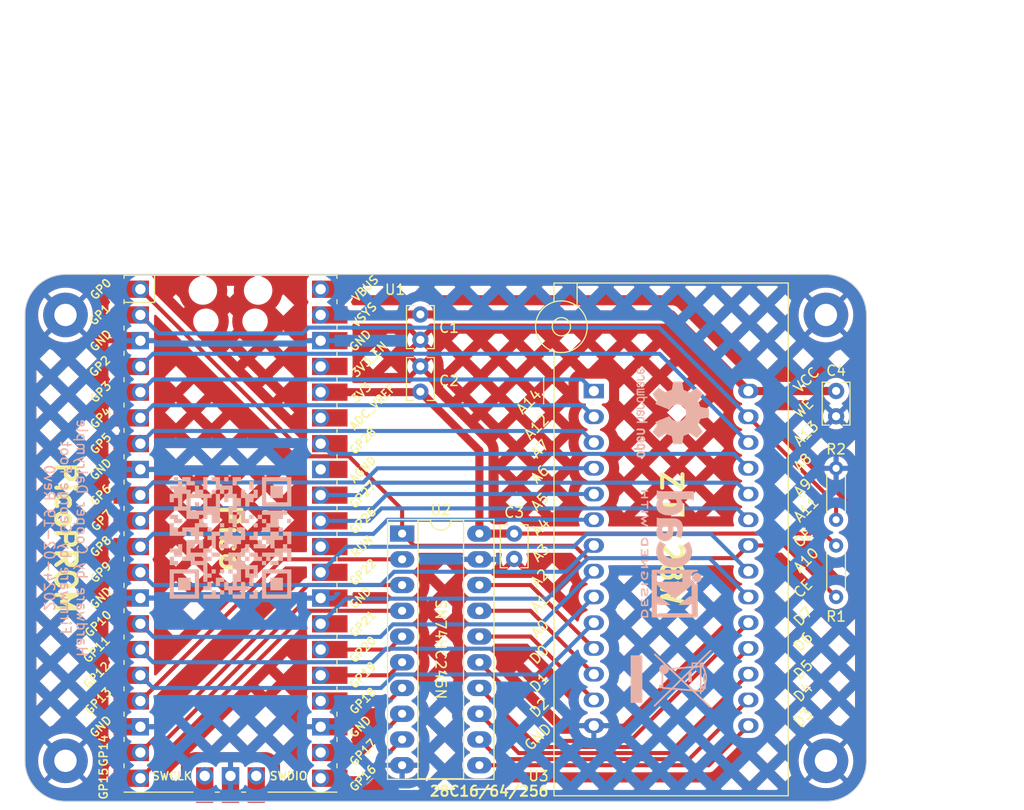
<source format=kicad_pcb>
(kicad_pcb (version 20221018) (generator pcbnew)
  (title_block (title "PicoPROM") (date "2024-02-19") (rev "Rev0"))
  (layers (0 "F.Cu" signal) (31 "B.Cu" signal) (34 "B.Paste" user) (35 "F.Paste" user) (36 "B.SilkS" user "B.Silkscreen") (37 "F.SilkS" user "F.Silkscreen") (38 "B.Mask" user) (39 "F.Mask" user) (44 "Edge.Cuts" user))
  (net 0 "")
  (net 1 "+3V3")
  (net 2 "GND")
  (net 3 "+5V")
  (net 4 "WE")
  (net 5 "A14")
  (net 6 "D0_3v3")
  (net 7 "D1_3v3")
  (net 8 "D2_3v3")
  (net 9 "D3_3v3")
  (net 10 "D4_3v3")
  (net 11 "D5_3v3")
  (net 12 "D6_3v3")
  (net 13 "D7_3v3")
  (net 14 "D0_5v")
  (net 15 "D1_5v")
  (net 16 "D2_5v")
  (net 17 "D3_5v")
  (net 18 "D4_5v")
  (net 19 "D5_5v")
  (net 20 "D6_5v")
  (net 21 "D7_5v")
  (net 29 "OE")
  (net 30 "A13")
  (net 31 "A12")
  (net 32 "A7")
  (net 33 "A6")
  (net 34 "A5")
  (net 35 "A4")
  (net 36 "A3")
  (net 37 "A2")
  (net 38 "A1")
  (net 39 "A0")
  (net 40 "CE")
  (net 41 "A10")
  (net 42 "A11")
  (net 43 "A9")
  (net 44 "A8")
  (footprint "MountingHole:MountingHole_2.2mm_M2_Pad" (layer "F.Cu") (at 179 64)
    (fp_text reference "H4" hide)
    (fp_text value "M2" hide)
    (pad "1" thru_hole circle (at 0 0) (size 4.4 4.4) (drill 2.2) (layers "*.Cu" "*.Mask") (net 2 "GND"))
  )
  (footprint "Resistor_THT:R_Axial_DIN0204_L3.6mm_D1.6mm_P5.08mm_Horizontal" (layer "F.Cu") (at 180 84.21 90)
    (fp_text reference "R2" (at 6.96 0 180) (layer "F.SilkS"))
    (fp_text value "47k" hide)
    (pad "1" thru_hole circle (at 0 0 90) (size 1.4 1.4) (drill 0.7) (layers "*.Cu" "*.Mask") (net 4 "WE"))
    (pad "2" thru_hole oval (at 5.08 0 90) (size 1.4 1.4) (drill 0.7) (layers "*.Cu" "*.Mask") (net 2 "GND"))
  )
  (footprint "Capacitor_THT:C_Rect_L4.0mm_W2.5mm_P2.50mm" (layer "F.Cu") (at 180 71.5 -90)
    (fp_text reference "C4" (at -2 0 -180) (layer "F.SilkS"))
    (fp_text value "0.1uF" hide)
    (pad "1" thru_hole circle (at 0 0 270) (size 1.6 1.6) (drill 0.8) (layers "*.Cu" "*.Mask") (net 3 "+5V"))
    (pad "2" thru_hole circle (at 2.5 0 270) (size 1.6 1.6) (drill 0.8) (layers "*.Cu" "*.Mask") (net 2 "GND"))
  )
  (footprint "Capacitor_THT:C_Rect_L4.0mm_W2.5mm_P2.50mm" (layer "F.Cu") (at 139 71.57 90)
    (fp_text reference "C2" (at 1.07 1.75 180) (layer "F.SilkS") (effects (justify left)))
    (fp_text value "0.1uF" hide)
    (pad "1" thru_hole circle (at 0 0 90) (size 1.6 1.6) (drill 0.8) (layers "*.Cu" "*.Mask") (net 1 "+3V3"))
    (pad "2" thru_hole circle (at 2.5 0 90) (size 1.6 1.6) (drill 0.8) (layers "*.Cu" "*.Mask") (net 2 "GND"))
  )
  (footprint "MountingHole:MountingHole_2.2mm_M2_Pad" (layer "F.Cu") (at 179 108)
    (fp_text reference "H3" hide)
    (fp_text value "M2" hide)
    (pad "1" thru_hole circle (at 0 0) (size 4.4 4.4) (drill 2.2) (layers "*.Cu" "*.Mask") (net 2 "GND"))
  )
  (footprint "Socket:DIP_Socket-28_W11.9_W12.7_W15.24_W17.78_W18.5_3M_228-1277-00-0602J" (layer "F.Cu") (at 156.1075 71.51)
    (fp_text reference "U3" (at -4.3575 37.99) (layer "F.SilkS") (effects (justify right)))
    (fp_text value "28C256")
    (pad "1" thru_hole rect (at 0 0) (size 2 1.44) (drill 1) (layers "*.Cu" "*.Mask") (net 5 "A14"))
    (pad "2" thru_hole oval (at 0 2.54) (size 2 1.44) (drill 1) (layers "*.Cu" "*.Mask") (net 31 "A12"))
    (pad "3" thru_hole oval (at 0 5.08) (size 2 1.44) (drill 1) (layers "*.Cu" "*.Mask") (net 32 "A7"))
    (pad "4" thru_hole oval (at 0 7.62) (size 2 1.44) (drill 1) (layers "*.Cu" "*.Mask") (net 33 "A6"))
    (pad "5" thru_hole oval (at 0 10.16) (size 2 1.44) (drill 1) (layers "*.Cu" "*.Mask") (net 34 "A5"))
    (pad "6" thru_hole oval (at 0 12.7) (size 2 1.44) (drill 1) (layers "*.Cu" "*.Mask") (net 35 "A4"))
    (pad "7" thru_hole oval (at 0 15.24) (size 2 1.44) (drill 1) (layers "*.Cu" "*.Mask") (net 36 "A3"))
    (pad "8" thru_hole oval (at 0 17.78) (size 2 1.44) (drill 1) (layers "*.Cu" "*.Mask") (net 37 "A2"))
    (pad "9" thru_hole oval (at 0 20.32) (size 2 1.44) (drill 1) (layers "*.Cu" "*.Mask") (net 38 "A1"))
    (pad "10" thru_hole oval (at 0 22.86) (size 2 1.44) (drill 1) (layers "*.Cu" "*.Mask") (net 39 "A0"))
    (pad "11" thru_hole oval (at 0 25.4) (size 2 1.44) (drill 1) (layers "*.Cu" "*.Mask") (net 14 "D0_5v"))
    (pad "12" thru_hole oval (at 0 27.94) (size 2 1.44) (drill 1) (layers "*.Cu" "*.Mask") (net 15 "D1_5v"))
    (pad "13" thru_hole oval (at 0 30.48) (size 2 1.44) (drill 1) (layers "*.Cu" "*.Mask") (net 16 "D2_5v"))
    (pad "14" thru_hole oval (at 0 33.02) (size 2 1.44) (drill 1) (layers "*.Cu" "*.Mask") (net 2 "GND"))
    (pad "15" thru_hole oval (at 15.24 33.02) (size 2 1.44) (drill 1) (layers "*.Cu" "*.Mask") (net 17 "D3_5v"))
    (pad "16" thru_hole oval (at 15.24 30.48) (size 2 1.44) (drill 1) (layers "*.Cu" "*.Mask") (net 18 "D4_5v"))
    (pad "17" thru_hole oval (at 15.24 27.94) (size 2 1.44) (drill 1) (layers "*.Cu" "*.Mask") (net 19 "D5_5v"))
    (pad "18" thru_hole oval (at 15.24 25.4) (size 2 1.44) (drill 1) (layers "*.Cu" "*.Mask") (net 20 "D6_5v"))
    (pad "19" thru_hole oval (at 15.24 22.86) (size 2 1.44) (drill 1) (layers "*.Cu" "*.Mask") (net 21 "D7_5v"))
    (pad "20" thru_hole oval (at 15.24 20.32) (size 2 1.44) (drill 1) (layers "*.Cu" "*.Mask") (net 40 "CE"))
    (pad "21" thru_hole oval (at 15.24 17.78) (size 2 1.44) (drill 1) (layers "*.Cu" "*.Mask") (net 41 "A10"))
    (pad "22" thru_hole oval (at 15.24 15.24) (size 2 1.44) (drill 1) (layers "*.Cu" "*.Mask") (net 29 "OE"))
    (pad "23" thru_hole oval (at 15.24 12.7) (size 2 1.44) (drill 1) (layers "*.Cu" "*.Mask") (net 42 "A11"))
    (pad "24" thru_hole oval (at 15.24 10.16) (size 2 1.44) (drill 1) (layers "*.Cu" "*.Mask") (net 43 "A9"))
    (pad "25" thru_hole oval (at 15.24 7.62) (size 2 1.44) (drill 1) (layers "*.Cu" "*.Mask") (net 44 "A8"))
    (pad "26" thru_hole oval (at 15.24 5.08) (size 2 1.44) (drill 1) (layers "*.Cu" "*.Mask") (net 30 "A13"))
    (pad "27" thru_hole oval (at 15.24 2.54) (size 2 1.44) (drill 1) (layers "*.Cu" "*.Mask") (net 4 "WE"))
    (pad "28" thru_hole oval (at 15.24 0) (size 2 1.44) (drill 1) (layers "*.Cu" "*.Mask") (net 3 "+5V"))
  )
  (footprint "MountingHole:MountingHole_2.2mm_M2_Pad" (layer "F.Cu") (at 104 64)
    (fp_text reference "H1" hide)
    (fp_text value "M2")
    (pad "1" thru_hole circle (at 0 0) (size 4.4 4.4) (drill 2.2) (layers "*.Cu" "*.Mask") (net 2 "GND"))
  )
  (footprint "MountingHole:MountingHole_2.2mm_M2_Pad" (layer "F.Cu") (at 104 108)
    (fp_text reference "H2" hide)
    (fp_text value "M2" hide)
    (pad "1" thru_hole circle (at 0 0) (size 4.4 4.4) (drill 2.2) (layers "*.Cu" "*.Mask") (net 2 "GND"))
  )
  (footprint "Capacitor_THT:C_Rect_L4.0mm_W2.5mm_P2.50mm" (layer "F.Cu") (at 148.25 85.575 -90)
    (fp_text reference "C3" (at -2.075 0 -180) (layer "F.SilkS"))
    (fp_text value "0.1uF" hide)
    (pad "1" thru_hole circle (at 0 0 270) (size 1.6 1.6) (drill 0.8) (layers "*.Cu" "*.Mask") (net 1 "+3V3"))
    (pad "2" thru_hole circle (at 2.5 0 270) (size 1.6 1.6) (drill 0.8) (layers "*.Cu" "*.Mask") (net 2 "GND"))
  )
  (footprint "Package_DIP:DIP-20_W7.62mm_Socket_LongPads" (layer "F.Cu") (at 137.2 85.575)
    (fp_text reference "U2" (at 3.81 -2.33) (layer "F.SilkS"))
    (fp_text value "SN74HC245N" hide)
    (pad "1" thru_hole rect (at 0 0) (size 2.4 1.6) (drill 0.8) (layers "*.Cu" "*.Mask") (net 29 "OE"))
    (pad "2" thru_hole oval (at 0 2.54) (size 2.4 1.6) (drill 0.8) (layers "*.Cu" "*.Mask") (net 6 "D0_3v3"))
    (pad "3" thru_hole oval (at 0 5.08) (size 2.4 1.6) (drill 0.8) (layers "*.Cu" "*.Mask") (net 7 "D1_3v3"))
    (pad "4" thru_hole oval (at 0 7.62) (size 2.4 1.6) (drill 0.8) (layers "*.Cu" "*.Mask") (net 8 "D2_3v3"))
    (pad "5" thru_hole oval (at 0 10.16) (size 2.4 1.6) (drill 0.8) (layers "*.Cu" "*.Mask") (net 13 "D7_3v3"))
    (pad "6" thru_hole oval (at 0 12.7) (size 2.4 1.6) (drill 0.8) (layers "*.Cu" "*.Mask") (net 12 "D6_3v3"))
    (pad "7" thru_hole oval (at 0 15.24) (size 2.4 1.6) (drill 0.8) (layers "*.Cu" "*.Mask") (net 11 "D5_3v3"))
    (pad "8" thru_hole oval (at 0 17.78) (size 2.4 1.6) (drill 0.8) (layers "*.Cu" "*.Mask") (net 10 "D4_3v3"))
    (pad "9" thru_hole oval (at 0 20.32) (size 2.4 1.6) (drill 0.8) (layers "*.Cu" "*.Mask") (net 9 "D3_3v3"))
    (pad "10" thru_hole oval (at 0 22.86) (size 2.4 1.6) (drill 0.8) (layers "*.Cu" "*.Mask") (net 2 "GND"))
    (pad "11" thru_hole oval (at 7.62 22.86) (size 2.4 1.6) (drill 0.8) (layers "*.Cu" "*.Mask") (net 17 "D3_5v"))
    (pad "12" thru_hole oval (at 7.62 20.32) (size 2.4 1.6) (drill 0.8) (layers "*.Cu" "*.Mask") (net 18 "D4_5v"))
    (pad "13" thru_hole oval (at 7.62 17.78) (size 2.4 1.6) (drill 0.8) (layers "*.Cu" "*.Mask") (net 19 "D5_5v"))
    (pad "14" thru_hole oval (at 7.62 15.24) (size 2.4 1.6) (drill 0.8) (layers "*.Cu" "*.Mask") (net 20 "D6_5v"))
    (pad "15" thru_hole oval (at 7.62 12.7) (size 2.4 1.6) (drill 0.8) (layers "*.Cu" "*.Mask") (net 21 "D7_5v"))
    (pad "16" thru_hole oval (at 7.62 10.16) (size 2.4 1.6) (drill 0.8) (layers "*.Cu" "*.Mask") (net 16 "D2_5v"))
    (pad "17" thru_hole oval (at 7.62 7.62) (size 2.4 1.6) (drill 0.8) (layers "*.Cu" "*.Mask") (net 15 "D1_5v"))
    (pad "18" thru_hole oval (at 7.62 5.08) (size 2.4 1.6) (drill 0.8) (layers "*.Cu" "*.Mask") (net 14 "D0_5v"))
    (pad "19" thru_hole oval (at 7.62 2.54) (size 2.4 1.6) (drill 0.8) (layers "*.Cu" "*.Mask") (net 2 "GND"))
    (pad "20" thru_hole oval (at 7.62 0) (size 2.4 1.6) (drill 0.8) (layers "*.Cu" "*.Mask") (net 1 "+3V3"))
  )
  (footprint "Capacitor_THT:C_Rect_L4.0mm_W2.5mm_P2.50mm" (layer "F.Cu") (at 139 63.95 -90)
    (fp_text reference "C1" (at 1.3 -1.75 180) (layer "F.SilkS") (effects (justify left)))
    (fp_text value "0.1uF" hide)
    (pad "1" thru_hole circle (at 0 0 270) (size 1.6 1.6) (drill 0.8) (layers "*.Cu" "*.Mask") (net 3 "+5V"))
    (pad "2" thru_hole circle (at 2.5 0 270) (size 1.6 1.6) (drill 0.8) (layers "*.Cu" "*.Mask") (net 2 "GND"))
  )
  (footprint "MCU_RaspberryPi_and_Boards:RPi_Pico_SMD_TH" (layer "F.Cu") (at 120.275 85.59)
    (fp_text reference "U1" (at 16.225 -24.09) (layer "F.SilkS"))
    (fp_text value "Pico" hide)
    (fp_text user "GP0" (at -12.8 -24.13 45) (layer "F.SilkS") (effects (font (size 0.8 0.8))))
    (fp_text user "3V3_EN" (at 13.7 -17.2 45) (layer "F.SilkS") (effects (font (size 0.8 0.8))))
    (fp_text user "GP10" (at -13.054 8.89 45) (layer "F.SilkS") (effects (font (size 0.8 0.8))))
    (fp_text user "GND" (at 12.8 19.05 45) (layer "F.SilkS") (effects (font (size 0.8 0.8))))
    (fp_text user "GP22" (at 13.054 3.81 45) (layer "F.SilkS") (effects (font (size 0.8 0.8))))
    (fp_text user "SWCLK" (at -5.775 23.91) (layer "F.SilkS") (effects (font (size 0.8 0.8))))
    (fp_text user "GP16" (at 13.054 24.13 45) (layer "F.SilkS") (effects (font (size 0.8 0.8))))
    (fp_text user "GP11" (at -13.2 11.43 45) (layer "F.SilkS") (effects (font (size 0.8 0.8))))
    (fp_text user "GP18" (at 13.054 16.51 45) (layer "F.SilkS") (effects (font (size 0.8 0.8))))
    (fp_text user "RUN" (at 13 1.27 45) (layer "F.SilkS") (effects (font (size 0.8 0.8))))
    (fp_text user "GND" (at 12.8 6.35 45) (layer "F.SilkS") (effects (font (size 0.8 0.8))))
    (fp_text user "GP5" (at -12.8 -8.89 45) (layer "F.SilkS") (effects (font (size 0.8 0.8))))
    (fp_text user "GND" (at -12.8 -6.35 45) (layer "F.SilkS") (effects (font (size 0.8 0.8))))
    (fp_text user "GP4" (at -12.8 -11.43 45) (layer "F.SilkS") (effects (font (size 0.8 0.8))))
    (fp_text user "GP20" (at 13.054 11.43 45) (layer "F.SilkS") (effects (font (size 0.8 0.8))))
    (fp_text user "GND" (at -12.8 -19.05 45) (layer "F.SilkS") (effects (font (size 0.8 0.8))))
    (fp_text user "ADC_VREF" (at 14 -12.5 45) (layer "F.SilkS") (effects (font (size 0.8 0.8))))
    (fp_text user "GP14" (at -12.525 21.41 90) (layer "F.SilkS") (effects (font (size 0.8 0.8))))
    (fp_text user "AGND" (at 13.054 -6.35 45) (layer "F.SilkS") (effects (font (size 0.8 0.8))))
    (fp_text user "GP27" (at 13.054 -3.8 45) (layer "F.SilkS") (effects (font (size 0.8 0.8))))
    (fp_text user "GP19" (at 13.054 13.97 45) (layer "F.SilkS") (effects (font (size 0.8 0.8))))
    (fp_text user "GP6" (at -12.8 -3.81 45) (layer "F.SilkS") (effects (font (size 0.8 0.8))))
    (fp_text user "GP13" (at -13.054 16.51 45) (layer "F.SilkS") (effects (font (size 0.8 0.8))))
    (fp_text user "GND" (at 12.8 -19.05 45) (layer "F.SilkS") (effects (font (size 0.8 0.8))))
    (fp_text user "GP28" (at 13.054 -9.144 45) (layer "F.SilkS") (effects (font (size 0.8 0.8))))
    (fp_text user "3V3" (at 12.9 -13.9 45) (layer "F.SilkS") (effects (font (size 0.8 0.8))))
    (fp_text user "GP17" (at 13.054 21.59 45) (layer "F.SilkS") (effects (font (size 0.8 0.8))))
    (fp_text user "VBUS" (at 13.3 -24.2 45) (layer "F.SilkS") (effects (font (size 0.8 0.8))))
    (fp_text user "GP8" (at -12.8 1.27 45) (layer "F.SilkS") (effects (font (size 0.8 0.8))))
    (fp_text user "GND" (at -12.8 6.35 45) (layer "F.SilkS") (effects (font (size 0.8 0.8))))
    (fp_text user "GP21" (at 13.054 8.9 45) (layer "F.SilkS") (effects (font (size 0.8 0.8))))
    (fp_text user "GP2" (at -12.9 -16.51 45) (layer "F.SilkS") (effects (font (size 0.8 0.8))))
    (fp_text user "GP26" (at 13.054 -1.27 45) (layer "F.SilkS") (effects (font (size 0.8 0.8))))
    (fp_text user "GP9" (at -12.8 3.81 45) (layer "F.SilkS") (effects (font (size 0.8 0.8))))
    (fp_text user "VSYS" (at 13.2 -21.59 45) (layer "F.SilkS") (effects (font (size 0.8 0.8))))
    (fp_text user "GP12" (at -13.2 13.97 45) (layer "F.SilkS") (effects (font (size 0.8 0.8))))
    (fp_text user "GND" (at -12.8 19.05 45) (layer "F.SilkS") (effects (font (size 0.8 0.8))))
    (fp_text user "GP7" (at -12.7 -1.3 45) (layer "F.SilkS") (effects (font (size 0.8 0.8))))
    (fp_text user "SWDIO" (at 5.725 23.91) (layer "F.SilkS") (effects (font (size 0.8 0.8))))
    (fp_text user "GP3" (at -12.8 -13.97 45) (layer "F.SilkS") (effects (font (size 0.8 0.8))))
    (fp_text user "GP15" (at -12.525 24.66 90) (layer "F.SilkS") (effects (font (size 0.8 0.8))))
    (fp_text user "GP1" (at -12.9 -21.6 45) (layer "F.SilkS") (effects (font (size 0.8 0.8))))
    (pad "" np_thru_hole oval (at -2.725 -24) (size 1.8 1.8) (drill 1.8) (layers "*.Cu" "*.Mask"))
    (pad "" np_thru_hole oval (at -2.425 -20.97) (size 1.5 1.5) (drill 1.5) (layers "*.Cu" "*.Mask"))
    (pad "" np_thru_hole oval (at 2.425 -20.97) (size 1.5 1.5) (drill 1.5) (layers "*.Cu" "*.Mask"))
    (pad "" np_thru_hole oval (at 2.725 -24) (size 1.8 1.8) (drill 1.8) (layers "*.Cu" "*.Mask"))
    (pad "1" thru_hole oval (at -8.89 -24.13) (size 1.7 1.7) (drill 1.02) (layers "*.Cu" "*.Mask") (net 29 "OE"))
    (pad "1" smd rect (at -8.89 -24.13) (size 3.5 1.7) (drill (offset -0.9 0)) (layers "F.Cu" "F.Mask") (net 29 "OE"))
    (pad "2" thru_hole oval (at -8.89 -21.59) (size 1.7 1.7) (drill 1.02) (layers "*.Cu" "*.Mask") (net 4 "WE"))
    (pad "2" smd rect (at -8.89 -21.59) (size 3.5 1.7) (drill (offset -0.9 0)) (layers "F.Cu" "F.Mask") (net 4 "WE"))
    (pad "3" thru_hole rect (at -8.89 -19.05) (size 1.7 1.7) (drill 1.02) (layers "*.Cu" "*.Mask") (net 2 "GND"))
    (pad "3" smd rect (at -8.89 -19.05) (size 3.5 1.7) (drill (offset -0.9 0)) (layers "F.Cu" "F.Mask") (net 2 "GND"))
    (pad "4" thru_hole oval (at -8.89 -16.51) (size 1.7 1.7) (drill 1.02) (layers "*.Cu" "*.Mask") (net 30 "A13"))
    (pad "4" smd rect (at -8.89 -16.51) (size 3.5 1.7) (drill (offset -0.9 0)) (layers "F.Cu" "F.Mask") (net 30 "A13"))
    (pad "5" thru_hole oval (at -8.89 -13.97) (size 1.7 1.7) (drill 1.02) (layers "*.Cu" "*.Mask") (net 5 "A14"))
    (pad "5" smd rect (at -8.89 -13.97) (size 3.5 1.7) (drill (offset -0.9 0)) (layers "F.Cu" "F.Mask") (net 5 "A14"))
    (pad "6" thru_hole oval (at -8.89 -11.43) (size 1.7 1.7) (drill 1.02) (layers "*.Cu" "*.Mask") (net 31 "A12"))
    (pad "6" smd rect (at -8.89 -11.43) (size 3.5 1.7) (drill (offset -0.9 0)) (layers "F.Cu" "F.Mask") (net 31 "A12"))
    (pad "7" thru_hole oval (at -8.89 -8.89) (size 1.7 1.7) (drill 1.02) (layers "*.Cu" "*.Mask") (net 32 "A7"))
    (pad "7" smd rect (at -8.89 -8.89) (size 3.5 1.7) (drill (offset -0.9 0)) (layers "F.Cu" "F.Mask") (net 32 "A7"))
    (pad "8" thru_hole rect (at -8.89 -6.35) (size 1.7 1.7) (drill 1.02) (layers "*.Cu" "*.Mask") (net 2 "GND"))
    (pad "8" smd rect (at -8.89 -6.35) (size 3.5 1.7) (drill (offset -0.9 0)) (layers "F.Cu" "F.Mask") (net 2 "GND"))
    (pad "9" thru_hole oval (at -8.89 -3.81) (size 1.7 1.7) (drill 1.02) (layers "*.Cu" "*.Mask") (net 33 "A6"))
    (pad "9" smd rect (at -8.89 -3.81) (size 3.5 1.7) (drill (offset -0.9 0)) (layers "F.Cu" "F.Mask") (net 33 "A6"))
    (pad "10" thru_hole oval (at -8.89 -1.27) (size 1.7 1.7) (drill 1.02) (layers "*.Cu" "*.Mask") (net 34 "A5"))
    (pad "10" smd rect (at -8.89 -1.27) (size 3.5 1.7) (drill (offset -0.9 0)) (layers "F.Cu" "F.Mask") (net 34 "A5"))
    (pad "11" thru_hole oval (at -8.89 1.27) (size 1.7 1.7) (drill 1.02) (layers "*.Cu" "*.Mask") (net 35 "A4"))
    (pad "11" smd rect (at -8.89 1.27) (size 3.5 1.7) (drill (offset -0.9 0)) (layers "F.Cu" "F.Mask") (net 35 "A4"))
    (pad "12" thru_hole oval (at -8.89 3.81) (size 1.7 1.7) (drill 1.02) (layers "*.Cu" "*.Mask") (net 36 "A3"))
    (pad "12" smd rect (at -8.89 3.81) (size 3.5 1.7) (drill (offset -0.9 0)) (layers "F.Cu" "F.Mask") (net 36 "A3"))
    (pad "13" thru_hole rect (at -8.89 6.35) (size 1.7 1.7) (drill 1.02) (layers "*.Cu" "*.Mask") (net 2 "GND"))
    (pad "13" smd rect (at -8.89 6.35) (size 3.5 1.7) (drill (offset -0.9 0)) (layers "F.Cu" "F.Mask") (net 2 "GND"))
    (pad "14" thru_hole oval (at -8.89 8.89) (size 1.7 1.7) (drill 1.02) (layers "*.Cu" "*.Mask") (net 37 "A2"))
    (pad "14" smd rect (at -8.89 8.89) (size 3.5 1.7) (drill (offset -0.9 0)) (layers "F.Cu" "F.Mask") (net 37 "A2"))
    (pad "15" thru_hole oval (at -8.89 11.43) (size 1.7 1.7) (drill 1.02) (layers "*.Cu" "*.Mask") (net 38 "A1"))
    (pad "15" smd rect (at -8.89 11.43) (size 3.5 1.7) (drill (offset -0.9 0)) (layers "F.Cu" "F.Mask") (net 38 "A1"))
    (pad "16" thru_hole oval (at -8.89 13.97) (size 1.7 1.7) (drill 1.02) (layers "*.Cu" "*.Mask") (net 39 "A0"))
    (pad "16" smd rect (at -8.89 13.97) (size 3.5 1.7) (drill (offset -0.9 0)) (layers "F.Cu" "F.Mask") (net 39 "A0"))
    (pad "17" thru_hole oval (at -8.89 16.51) (size 1.7 1.7) (drill 1.02) (layers "*.Cu" "*.Mask") (net 6 "D0_3v3"))
    (pad "17" smd rect (at -8.89 16.51) (size 3.5 1.7) (drill (offset -0.9 0)) (layers "F.Cu" "F.Mask") (net 6 "D0_3v3"))
    (pad "18" thru_hole rect (at -8.89 19.05) (size 1.7 1.7) (drill 1.02) (layers "*.Cu" "*.Mask") (net 2 "GND"))
    (pad "18" smd rect (at -8.89 19.05) (size 3.5 1.7) (drill (offset -0.9 0)) (layers "F.Cu" "F.Mask") (net 2 "GND"))
    (pad "19" thru_hole oval (at -8.89 21.59) (size 1.7 1.7) (drill 1.02) (layers "*.Cu" "*.Mask") (net 7 "D1_3v3"))
    (pad "19" smd rect (at -8.89 21.59) (size 3.5 1.7) (drill (offset -0.9 0)) (layers "F.Cu" "F.Mask") (net 7 "D1_3v3"))
    (pad "20" thru_hole oval (at -8.89 24.13) (size 1.7 1.7) (drill 1.02) (layers "*.Cu" "*.Mask") (net 8 "D2_3v3"))
    (pad "20" smd rect (at -8.89 24.13) (size 3.5 1.7) (drill (offset -0.9 0)) (layers "F.Cu" "F.Mask") (net 8 "D2_3v3"))
    (pad "21" thru_hole oval (at 8.89 24.13) (size 1.7 1.7) (drill 1.02) (layers "*.Cu" "*.Mask") (net 9 "D3_3v3"))
    (pad "21" smd rect (at 8.89 24.13) (size 3.5 1.7) (drill (offset 0.9 0)) (layers "F.Cu" "F.Mask") (net 9 "D3_3v3"))
    (pad "22" thru_hole oval (at 8.89 21.59) (size 1.7 1.7) (drill 1.02) (layers "*.Cu" "*.Mask") (net 10 "D4_3v3"))
    (pad "22" smd rect (at 8.89 21.59) (size 3.5 1.7) (drill (offset 0.9 0)) (layers "F.Cu" "F.Mask") (net 10 "D4_3v3"))
    (pad "23" thru_hole rect (at 8.89 19.05) (size 1.7 1.7) (drill 1.02) (layers "*.Cu" "*.Mask") (net 2 "GND"))
    (pad "23" smd rect (at 8.89 19.05) (size 3.5 1.7) (drill (offset 0.9 0)) (layers "F.Cu" "F.Mask") (net 2 "GND"))
    (pad "24" thru_hole oval (at 8.89 16.51) (size 1.7 1.7) (drill 1.02) (layers "*.Cu" "*.Mask") (net 11 "D5_3v3"))
    (pad "24" smd rect (at 8.89 16.51) (size 3.5 1.7) (drill (offset 0.9 0)) (layers "F.Cu" "F.Mask") (net 11 "D5_3v3"))
    (pad "25" thru_hole oval (at 8.89 13.97) (size 1.7 1.7) (drill 1.02) (layers "*.Cu" "*.Mask") (net 12 "D6_3v3"))
    (pad "25" smd rect (at 8.89 13.97) (size 3.5 1.7) (drill (offset 0.9 0)) (layers "F.Cu" "F.Mask") (net 12 "D6_3v3"))
    (pad "26" thru_hole oval (at 8.89 11.43) (size 1.7 1.7) (drill 1.02) (layers "*.Cu" "*.Mask") (net 13 "D7_3v3"))
    (pad "26" smd rect (at 8.89 11.43) (size 3.5 1.7) (drill (offset 0.9 0)) (layers "F.Cu" "F.Mask") (net 13 "D7_3v3"))
    (pad "27" thru_hole oval (at 8.89 8.89) (size 1.7 1.7) (drill 1.02) (layers "*.Cu" "*.Mask") (net 40 "CE"))
    (pad "27" smd rect (at 8.89 8.89) (size 3.5 1.7) (drill (offset 0.9 0)) (layers "F.Cu" "F.Mask") (net 40 "CE"))
    (pad "28" thru_hole rect (at 8.89 6.35) (size 1.7 1.7) (drill 1.02) (layers "*.Cu" "*.Mask") (net 2 "GND"))
    (pad "28" smd rect (at 8.89 6.35) (size 3.5 1.7) (drill (offset 0.9 0)) (layers "F.Cu" "F.Mask") (net 2 "GND"))
    (pad "29" thru_hole oval (at 8.89 3.81) (size 1.7 1.7) (drill 1.02) (layers "*.Cu" "*.Mask") (net 41 "A10"))
    (pad "29" smd rect (at 8.89 3.81) (size 3.5 1.7) (drill (offset 0.9 0)) (layers "F.Cu" "F.Mask") (net 41 "A10"))
    (pad "30" thru_hole oval (at 8.89 1.27) (size 1.7 1.7) (drill 1.02) (layers "*.Cu" "*.Mask"))
    (pad "30" smd rect (at 8.89 1.27) (size 3.5 1.7) (drill (offset 0.9 0)) (layers "F.Cu" "F.Mask"))
    (pad "31" thru_hole oval (at 8.89 -1.27) (size 1.7 1.7) (drill 1.02) (layers "*.Cu" "*.Mask") (net 42 "A11"))
    (pad "31" smd rect (at 8.89 -1.27) (size 3.5 1.7) (drill (offset 0.9 0)) (layers "F.Cu" "F.Mask") (net 42 "A11"))
    (pad "32" thru_hole oval (at 8.89 -3.81) (size 1.7 1.7) (drill 1.02) (layers "*.Cu" "*.Mask") (net 43 "A9"))
    (pad "32" smd rect (at 8.89 -3.81) (size 3.5 1.7) (drill (offset 0.9 0)) (layers "F.Cu" "F.Mask") (net 43 "A9"))
    (pad "33" thru_hole rect (at 8.89 -6.35) (size 1.7 1.7) (drill 1.02) (layers "*.Cu" "*.Mask"))
    (pad "33" smd rect (at 8.89 -6.35) (size 3.5 1.7) (drill (offset 0.9 0)) (layers "F.Cu" "F.Mask"))
    (pad "34" thru_hole oval (at 8.89 -8.89) (size 1.7 1.7) (drill 1.02) (layers "*.Cu" "*.Mask") (net 44 "A8"))
    (pad "34" smd rect (at 8.89 -8.89) (size 3.5 1.7) (drill (offset 0.9 0)) (layers "F.Cu" "F.Mask") (net 44 "A8"))
    (pad "35" thru_hole oval (at 8.89 -11.43) (size 1.7 1.7) (drill 1.02) (layers "*.Cu" "*.Mask"))
    (pad "35" smd rect (at 8.89 -11.43) (size 3.5 1.7) (drill (offset 0.9 0)) (layers "F.Cu" "F.Mask"))
    (pad "36" thru_hole oval (at 8.89 -13.97) (size 1.7 1.7) (drill 1.02) (layers "*.Cu" "*.Mask") (net 1 "+3V3"))
    (pad "36" smd rect (at 8.89 -13.97) (size 3.5 1.7) (drill (offset 0.9 0)) (layers "F.Cu" "F.Mask") (net 1 "+3V3"))
    (pad "37" thru_hole oval (at 8.89 -16.51) (size 1.7 1.7) (drill 1.02) (layers "*.Cu" "*.Mask"))
    (pad "37" smd rect (at 8.89 -16.51) (size 3.5 1.7) (drill (offset 0.9 0)) (layers "F.Cu" "F.Mask"))
    (pad "38" thru_hole rect (at 8.89 -19.05) (size 1.7 1.7) (drill 1.02) (layers "*.Cu" "*.Mask") (net 2 "GND"))
    (pad "38" smd rect (at 8.89 -19.05) (size 3.5 1.7) (drill (offset 0.9 0)) (layers "F.Cu" "F.Mask") (net 2 "GND"))
    (pad "39" thru_hole oval (at 8.89 -21.59) (size 1.7 1.7) (drill 1.02) (layers "*.Cu" "*.Mask") (net 3 "+5V"))
    (pad "39" smd rect (at 8.89 -21.59) (size 3.5 1.7) (drill (offset 0.9 0)) (layers "F.Cu" "F.Mask") (net 3 "+5V"))
    (pad "40" thru_hole oval (at 8.89 -24.13) (size 1.7 1.7) (drill 1.02) (layers "*.Cu" "*.Mask"))
    (pad "40" smd rect (at 8.89 -24.13) (size 3.5 1.7) (drill (offset 0.9 0)) (layers "F.Cu" "F.Mask"))
    (pad "41" thru_hole oval (at -2.54 23.9) (size 1.7 1.7) (drill 1.02) (layers "*.Cu" "*.Mask"))
    (pad "41" smd rect (at -2.54 23.9 90) (size 3.5 1.7) (drill (offset -0.9 0)) (layers "F.Cu" "F.Mask"))
    (pad "42" thru_hole rect (at 0 23.9) (size 1.7 1.7) (drill 1.02) (layers "*.Cu" "*.Mask") (net 2 "GND"))
    (pad "42" smd rect (at 0 23.9 90) (size 3.5 1.7) (drill (offset -0.9 0)) (layers "F.Cu" "F.Mask") (net 2 "GND"))
    (pad "43" thru_hole oval (at 2.54 23.9) (size 1.7 1.7) (drill 1.02) (layers "*.Cu" "*.Mask"))
    (pad "43" smd rect (at 2.54 23.9 90) (size 3.5 1.7) (drill (offset -0.9 0)) (layers "F.Cu" "F.Mask"))
  )
  (footprint "Resistor_THT:R_Axial_DIN0204_L3.6mm_D1.6mm_P5.08mm_Horizontal" (layer "F.Cu") (at 180 86.75 -90)
    (fp_text reference "R1" (at 7 0 -180) (layer "F.SilkS"))
    (fp_text value "47k" hide)
    (pad "1" thru_hole circle (at 0 0 270) (size 1.4 1.4) (drill 0.7) (layers "*.Cu" "*.Mask") (net 1 "+3V3"))
    (pad "2" thru_hole oval (at 5.08 0 270) (size 1.4 1.4) (drill 0.7) (layers "*.Cu" "*.Mask") (net 29 "OE"))
  )
  (footprint "Symbol:OSHW-Logo2_9.8x8mm_SilkScreen" (layer "B.Cu") (at 163.75 73.669393 90)
    (fp_text reference "REF**" hide)
    (fp_text value "OSHW-Logo2_9.8x8mm_SilkScreen" hide)
  )
  (footprint "Symbol:WEEE-Logo_5.6x8mm_SilkScreen" (layer "B.Cu") (at 163.75 99.919393 90)
    (fp_text reference "REF**" hide)
    (fp_text value "WEEE-Logo_5.6x8mm_SilkScreen" hide)
  )
  (footprint "picoprom:QR-Code_12x12mm_SilkScreen" (layer "B.Cu") (at 120.275 86 90)
    (fp_text reference "REF**" hide)
    (fp_text value "QR-Code_12x12mm_SilkScreen" hide)
  )
  (footprint "Symbol:KiCad-Logo2_5mm_SilkScreen" (layer "B.Cu") (at 163.75 87.586047 90)
    (fp_text reference "REF**" hide)
    (fp_text value "KiCad-Logo2_5mm_SilkScreen" hide)
  )
  (gr_line (start 104 112) (end 179 112) (stroke (width 0.1)) (layer "Edge.Cuts"))
  (gr_line (start 100 64) (end 100 108) (stroke (width 0.1)) (layer "Edge.Cuts"))
  (gr_arc (start 104 112) (mid 101.171573 110.828427) (end 100 108) (stroke (width 0.1)) (layer "Edge.Cuts"))
  (gr_line (start 179 60) (end 104 60) (stroke (width 0.1)) (layer "Edge.Cuts"))
  (gr_line (start 183 108) (end 183 64) (stroke (width 0.1)) (layer "Edge.Cuts"))
  (gr_arc (start 183 108) (mid 181.828427 110.828427) (end 179 112) (stroke (width 0.1)) (layer "Edge.Cuts"))
  (gr_arc (start 100 64) (mid 101.171573 61.171573) (end 104 60) (stroke (width 0.1)) (layer "Edge.Cuts"))
  (gr_arc (start 179 60) (mid 181.828427 61.171573) (end 183 64) (stroke (width 0.1)) (layer "Edge.Cuts"))
  (gr_text "Hardware by Cooper Dalrymple\nFirmware by George Foot\n2024-02-19 Rev0" (at 104 85.999999 270) (layer "B.SilkS") (effects (font (size 1 1)) (justify mirror)))
  (gr_text "A11" (at 176 84.25 45) (layer "F.SilkS") (effects (font (size 1 1)) (justify left)))
  (gr_text "A6" (at 151.5 79 45) (layer "F.SilkS") (effects (font (size 1 1)) (justify right)))
  (gr_text "D5" (at 176 99.75 45) (layer "F.SilkS") (effects (font (size 1 1)) (justify left)))
  (gr_text "A9" (at 176 81.75 45) (layer "F.SilkS") (effects (font (size 1 1)) (justify left)))
  (gr_text "OE" (at 176 86.75 45) (layer "F.SilkS") (effects (font (size 1 1)) (justify left)))
  (gr_text "D1" (at 151.5 99.5 45) (layer "F.SilkS") (effects (font (size 1 1)) (justify right)))
  (gr_text "A12" (at 151.5 74 45) (layer "F.SilkS") (effects (font (size 1 1)) (justify right)))
  (gr_text "SN74HC245N" (at 141 97 -90) (layer "F.SilkS") (effects (font (size 1 1))))
  (gr_text "A1" (at 151.5 91.75 45) (layer "F.SilkS") (effects (font (size 1 1)) (justify right)))
  (gr_text "D4" (at 176 102 45) (layer "F.SilkS") (effects (font (size 1 1)) (justify left)))
  (gr_text "A10" (at 176 89.25 45) (layer "F.SilkS") (effects (font (size 1 1)) (justify left)))
  (gr_text "ZIF-28W" (at 163.75 85.999999 -90) (layer "F.SilkS") (effects (font (size 2 2) (thickness 0.4) bold)))
  (gr_text "A8" (at 176 79.25 45) (layer "F.SilkS") (effects (font (size 1 1)) (justify left)))
  (gr_text "A13" (at 176 76.75 45) (layer "F.SilkS") (effects (font (size 1 1)) (justify left)))
  (gr_text "A2" (at 151.5 89.25 45) (layer "F.SilkS") (effects (font (size 1 1)) (justify right)))
  (gr_text "A14" (at 150.75 71.51 45) (layer "F.SilkS") (effects (font (size 1 1)) (justify right)))
  (gr_text "VCC" (at 176 71.5 45) (layer "F.SilkS") (effects (font (size 1 1)) (justify left)))
  (gr_text "GND" (at 151.75 104.5 45) (layer "F.SilkS") (effects (font (size 1 1)) (justify right)))
  (gr_text "D6" (at 176 97 45) (layer "F.SilkS") (effects (font (size 1 1)) (justify left)))
  (gr_text "A3" (at 151.5925 86.74 45) (layer "F.SilkS") (effects (font (size 1 1)) (justify right)))
  (gr_text "A4" (at 151.5925 84.24 45) (layer "F.SilkS") (effects (font (size 1 1)) (justify right)))
  (gr_text "D7" (at 176 94.5 45) (layer "F.SilkS") (effects (font (size 1 1)) (justify left)))
  (gr_text "A5" (at 151.5 81.75 45) (layer "F.SilkS") (effects (font (size 1 1)) (justify right)))
  (gr_text "WE" (at 176 74 45) (layer "F.SilkS") (effects (font (size 1 1)) (justify left)))
  (gr_text "PicoPROM" (at 104 85.999999 -90) (layer "F.SilkS") (effects (font (size 2 2) (thickness 0.4) bold)))
  (gr_text "A7" (at 151.5 76.5 45) (layer "F.SilkS") (effects (font (size 1 1)) (justify right)))
  (gr_text "Pico" (at 120.25 85.999999 -90) (layer "F.SilkS") (effects (font (size 2 2) (thickness 0.4) bold)))
  (gr_text "D3" (at 176 104.5 45) (layer "F.SilkS") (effects (font (size 1 1)) (justify left)))
  (gr_text "CE" (at 176 91.75 45) (layer "F.SilkS") (effects (font (size 1 1)) (justify left)))
  (gr_text "D2" (at 151.5 102 45) (layer "F.SilkS") (effects (font (size 1 1)) (justify right)))
  (gr_text "D0" (at 151.5 96.75 45) (layer "F.SilkS") (effects (font (size 1 1)) (justify right)))
  (gr_text "28C16/64/256" (at 151.75 111) (layer "F.SilkS") (effects (font (size 1 1) (thickness 0.2) bold) (justify right)))
  (gr_text "A0" (at 151.5 94.25 45) (layer "F.SilkS") (effects (font (size 1 1)) (justify right)))
  (segment (start 144.82 85.575) (end 144.82 77.39) (width 0.8) (layer "F.Cu") (net 1))
  (segment (start 138.95 71.62) (end 139 71.57) (width 0.8) (layer "F.Cu") (net 1))
  (segment (start 178.825 85.575) (end 148.25 85.575) (width 0.4) (layer "F.Cu") (net 1))
  (segment (start 144.82 85.575) (end 148.25 85.575) (width 0.8) (layer "F.Cu") (net 1))
  (segment (start 144.82 77.39) (end 139 71.57) (width 0.8) (layer "F.Cu") (net 1))
  (segment (start 129.165 71.62) (end 138.95 71.62) (width 0.8) (layer "F.Cu") (net 1))
  (segment (start 180 86.75) (end 178.825 85.575) (width 0.4) (layer "F.Cu") (net 1))
  (segment (start 163.7875 63.95) (end 171.3475 71.51) (width 0.8) (layer "F.Cu") (net 3))
  (segment (start 139 63.95) (end 163.7875 63.95) (width 0.8) (layer "F.Cu") (net 3))
  (segment (start 129.215 63.95) (end 139 63.95) (width 0.8) (layer "F.Cu") (net 3))
  (segment (start 171.3475 71.51) (end 179.99 71.51) (width 0.8) (layer "F.Cu") (net 3))
  (segment (start 129.165 64) (end 129.215 63.95) (width 0.8) (layer "F.Cu") (net 3))
  (segment (start 179.99 71.51) (end 180 71.5) (width 0.8) (layer "F.Cu") (net 3))
  (segment (start 178.99 71.51) (end 179 71.5) (width 0.8) (layer "F.Cu") (net 3))
  (segment (start 180 82.7025) (end 171.3475 74.05) (width 0.4) (layer "F.Cu") (net 4))
  (segment (start 180 84.21) (end 180 82.7025) (width 0.4) (layer "F.Cu") (net 4))
  (segment (start 171.3475 74.05) (end 171.38 74.05) (width 0.4) (layer "F.Cu") (net 4))
  (segment (start 127.955 65.25) (end 162.5475 65.25) (width 0.4) (layer "B.Cu") (net 4))
  (segment (start 111.385 64) (end 113.205 65.82) (width 0.4) (layer "B.Cu") (net 4))
  (segment (start 113.205 65.82) (end 127.385 65.82) (width 0.4) (layer "B.Cu") (net 4))
  (segment (start 162.5475 65.25) (end 171.3475 74.05) (width 0.4) (layer "B.Cu") (net 4))
  (segment (start 127.385 65.82) (end 127.955 65.25) (width 0.4) (layer "B.Cu") (net 4))
  (segment (start 111.385 71.62) (end 112.635 70.37) (width 0.4) (layer "B.Cu") (net 5))
  (segment (start 112.635 70.37) (end 154.9675 70.37) (width 0.4) (layer "B.Cu") (net 5))
  (segment (start 154.9675 70.37) (end 156.1075 71.51) (width 0.4) (layer "B.Cu") (net 5))
  (segment (start 155.9175 71.7) (end 156.1075 71.51) (width 0.4) (layer "B.Cu") (net 5))
  (segment (start 111.385 102.1) (end 125.37 88.115) (width 0.4) (layer "F.Cu") (net 6))
  (segment (start 125.37 88.115) (end 137.2 88.115) (width 0.4) (layer "F.Cu") (net 6))
  (segment (start 111.385 107.18) (end 127.91 90.655) (width 0.4) (layer "F.Cu") (net 7))
  (segment (start 127.91 90.655) (end 137.2 90.655) (width 0.4) (layer "F.Cu") (net 7))
  (segment (start 127.91 93.195) (end 137.2 93.195) (width 0.4) (layer "F.Cu") (net 8))
  (segment (start 111.385 109.72) (end 127.91 93.195) (width 0.4) (layer "F.Cu") (net 8))
  (segment (start 133.375 109.72) (end 137.2 105.895) (width 0.4) (layer "F.Cu") (net 9))
  (segment (start 129.165 109.72) (end 133.375 109.72) (width 0.4) (layer "F.Cu") (net 9))
  (segment (start 129.165 107.18) (end 133.375 107.18) (width 0.4) (layer "F.Cu") (net 10))
  (segment (start 133.375 107.18) (end 137.2 103.355) (width 0.4) (layer "F.Cu") (net 10))
  (segment (start 129.165 102.1) (end 135.915 102.1) (width 0.4) (layer "F.Cu") (net 11))
  (segment (start 135.915 102.1) (end 137.2 100.815) (width 0.4) (layer "F.Cu") (net 11))
  (segment (start 135.915 99.56) (end 137.2 98.275) (width 0.4) (layer "F.Cu") (net 12))
  (segment (start 129.165 99.56) (end 135.915 99.56) (width 0.4) (layer "F.Cu") (net 12))
  (segment (start 129.165 97.02) (end 135.915 97.02) (width 0.4) (layer "F.Cu") (net 13))
  (segment (start 135.915 97.02) (end 137.2 95.735) (width 0.4) (layer "F.Cu") (net 13))
  (segment (start 149.8525 90.655) (end 156.1075 96.91) (width 0.4) (layer "F.Cu") (net 14))
  (segment (start 144.82 90.655) (end 149.8525 90.655) (width 0.4) (layer "F.Cu") (net 14))
  (segment (start 144.82 93.195) (end 149.8525 93.195) (width 0.4) (layer "F.Cu") (net 15))
  (segment (start 149.8525 93.195) (end 156.1075 99.45) (width 0.4) (layer "F.Cu") (net 15))
  (segment (start 149.8525 95.735) (end 156.1075 101.99) (width 0.4) (layer "F.Cu") (net 16))
  (segment (start 144.82 95.735) (end 149.8525 95.735) (width 0.4) (layer "F.Cu") (net 16))
  (segment (start 144.82 108.435) (end 167.4425 108.435) (width 0.4) (layer "F.Cu") (net 17))
  (segment (start 167.4425 108.435) (end 171.3475 104.53) (width 0.4) (layer "F.Cu") (net 17))
  (segment (start 165.5025 107.835) (end 146.76 107.835) (width 0.4) (layer "F.Cu") (net 18))
  (segment (start 146.76 107.835) (end 144.82 105.895) (width 0.4) (layer "F.Cu") (net 18))
  (segment (start 171.3475 101.99) (end 165.5025 107.835) (width 0.4) (layer "F.Cu") (net 18))
  (segment (start 163.5625 107.235) (end 171.3475 99.45) (width 0.4) (layer "F.Cu") (net 19))
  (segment (start 148.7 107.235) (end 163.5625 107.235) (width 0.4) (layer "F.Cu") (net 19))
  (segment (start 144.82 103.355) (end 148.7 107.235) (width 0.4) (layer "F.Cu") (net 19))
  (segment (start 144.82 100.815) (end 150.64 106.635) (width 0.4) (layer "F.Cu") (net 20))
  (segment (start 150.64 106.635) (end 161.6225 106.635) (width 0.4) (layer "F.Cu") (net 20))
  (segment (start 161.6225 106.635) (end 171.3475 96.91) (width 0.4) (layer "F.Cu") (net 20))
  (segment (start 144.82 98.275) (end 152.58 106.035) (width 0.4) (layer "F.Cu") (net 21))
  (segment (start 159.6825 106.035) (end 171.3475 94.37) (width 0.4) (layer "F.Cu") (net 21))
  (segment (start 152.58 106.035) (end 159.6825 106.035) (width 0.4) (layer "F.Cu") (net 21))
  (segment (start 137.2 85.575) (end 138.4 86.775) (width 0.4) (layer "F.Cu") (net 29))
  (segment (start 131.95 77.95) (end 137.2 83.2) (width 0.4) (layer "F.Cu") (net 29))
  (segment (start 180 91.83) (end 174.92 86.75) (width 0.4) (layer "F.Cu") (net 29))
  (segment (start 137.2 83.2) (end 137.2 85.575) (width 0.4) (layer "F.Cu") (net 29))
  (segment (start 154.218581 86.775) (end 155.443581 88) (width 0.4) (layer "F.Cu") (net 29))
  (segment (start 138.4 86.775) (end 154.218581 86.775) (width 0.4) (layer "F.Cu") (net 29))
  (segment (start 111.385 61.46) (end 127.875 77.95) (width 0.4) (layer "F.Cu") (net 29))
  (segment (start 127.875 77.95) (end 131.95 77.95) (width 0.4) (layer "F.Cu") (net 29))
  (segment (start 174.92 86.75) (end 171.3475 86.75) (width 0.4) (layer "F.Cu") (net 29))
  (segment (start 155.443581 88) (end 170.0975 88) (width 0.4) (layer "F.Cu") (net 29))
  (segment (start 170.0975 88) (end 171.3475 86.75) (width 0.4) (layer "F.Cu") (net 29))
  (segment (start 112.635 67.83) (end 162.5875 67.83) (width 0.4) (layer "B.Cu") (net 30))
  (segment (start 162.5875 67.83) (end 171.3475 76.59) (width 0.4) (layer "B.Cu") (net 30))
  (segment (start 111.385 69.08) (end 112.635 67.83) (width 0.4) (layer "B.Cu") (net 30))
  (segment (start 112.635 72.91) (end 154.9675 72.91) (width 0.4) (layer "B.Cu") (net 31))
  (segment (start 111.385 74.16) (end 112.635 72.91) (width 0.4) (layer "B.Cu") (net 31))
  (segment (start 154.9675 72.91) (end 156.1075 74.05) (width 0.4) (layer "B.Cu") (net 31))
  (segment (start 111.385 76.7) (end 112.635 75.45) (width 0.4) (layer "B.Cu") (net 32))
  (segment (start 154.9675 75.45) (end 156.1075 76.59) (width 0.4) (layer "B.Cu") (net 32))
  (segment (start 112.635 75.45) (end 154.9675 75.45) (width 0.4) (layer "B.Cu") (net 32))
  (segment (start 112.635 80.53) (end 133.371472 80.53) (width 0.4) (layer "B.Cu") (net 33))
  (segment (start 134.771472 79.13) (end 156.1075 79.13) (width 0.4) (layer "B.Cu") (net 33))
  (segment (start 111.385 81.78) (end 112.635 80.53) (width 0.4) (layer "B.Cu") (net 33))
  (segment (start 133.371472 80.53) (end 134.771472 79.13) (width 0.4) (layer "B.Cu") (net 33))
  (segment (start 135.731472 81.67) (end 156.1075 81.67) (width 0.4) (layer "B.Cu") (net 34))
  (segment (start 111.385 84.32) (end 112.635 83.07) (width 0.4) (layer "B.Cu") (net 34))
  (segment (start 112.635 83.07) (end 134.331472 83.07) (width 0.4) (layer "B.Cu") (net 34))
  (segment (start 134.331472 83.07) (end 135.731472 81.67) (width 0.4) (layer "B.Cu") (net 34))
  (segment (start 111.89 86.86) (end 112 86.75) (width 0.4) (layer "B.Cu") (net 35))
  (segment (start 134.365 85.61) (end 135.765 84.21) (width 0.4) (layer "B.Cu") (net 35))
  (segment (start 111.385 86.86) (end 111.89 86.86) (width 0.4) (layer "B.Cu") (net 35))
  (segment (start 112.635 85.61) (end 134.365 85.61) (width 0.4) (layer "B.Cu") (net 35))
  (segment (start 111.385 86.86) (end 112.635 85.61) (width 0.4) (layer "B.Cu") (net 35))
  (segment (start 135.765 84.21) (end 156.1075 84.21) (width 0.4) (layer "B.Cu") (net 35))
  (segment (start 155.935053 86.75) (end 156.1075 86.75) (width 0.4) (layer "B.Cu") (net 36))
  (segment (start 135.107944 90.65) (end 136.415417 89.342527) (width 0.4) (layer "B.Cu") (net 36))
  (segment (start 153.342526 89.342527) (end 155.935053 86.75) (width 0.4) (layer "B.Cu") (net 36))
  (segment (start 112.635 90.65) (end 135.107944 90.65) (width 0.4) (layer "B.Cu") (net 36))
  (segment (start 111.385 89.4) (end 112.635 90.65) (width 0.4) (layer "B.Cu") (net 36))
  (segment (start 136.415417 89.342527) (end 153.342526 89.342527) (width 0.4) (layer "B.Cu") (net 36))
  (segment (start 111.385 94.48) (end 112.675 95.77) (width 0.4) (layer "B.Cu") (net 37))
  (segment (start 135.067944 95.77) (end 136.302944 94.535) (width 0.4) (layer "B.Cu") (net 37))
  (segment (start 112.675 95.77) (end 135.067944 95.77) (width 0.4) (layer "B.Cu") (net 37))
  (segment (start 150.8625 94.535) (end 156.1075 89.29) (width 0.4) (layer "B.Cu") (net 37))
  (segment (start 136.302944 94.535) (end 150.8625 94.535) (width 0.4) (layer "B.Cu") (net 37))
  (segment (start 111.385 97.02) (end 112.635 98.27) (width 0.4) (layer "B.Cu") (net 38))
  (segment (start 151.0025 96.935) (end 156.1075 91.83) (width 0.4) (layer "B.Cu") (net 38))
  (segment (start 135.605 96.935) (end 151.0025 96.935) (width 0.4) (layer "B.Cu") (net 38))
  (segment (start 134.27 98.27) (end 135.605 96.935) (width 0.4) (layer "B.Cu") (net 38))
  (segment (start 112.635 98.27) (end 134.27 98.27) (width 0.4) (layer "B.Cu") (net 38))
  (segment (start 112.635 100.81) (end 135.107944 100.81) (width 0.4) (layer "B.Cu") (net 39))
  (segment (start 135.107944 100.81) (end 136.442944 99.475) (width 0.4) (layer "B.Cu") (net 39))
  (segment (start 136.442944 99.475) (end 151.0025 99.475) (width 0.4) (layer "B.Cu") (net 39))
  (segment (start 111.385 99.56) (end 112.635 100.81) (width 0.4) (layer "B.Cu") (net 39))
  (segment (start 151.0025 99.475) (end 156.1075 94.37) (width 0.4) (layer "B.Cu") (net 39))
  (segment (start 131.65 91.995) (end 151.538581 91.995) (width 0.4) (layer "B.Cu") (net 40))
  (segment (start 155.533581 88) (end 167.5175 88) (width 0.4) (layer "B.Cu") (net 40))
  (segment (start 167.5175 88) (end 171.3475 91.83) (width 0.4) (layer "B.Cu") (net 40))
  (segment (start 129.165 94.48) (end 131.65 91.995) (width 0.4) (layer "B.Cu") (net 40))
  (segment (start 151.538581 91.995) (end 155.533581 88) (width 0.4) (layer "B.Cu") (net 40))
  (segment (start 167.6875 85.63) (end 171.3475 89.29) (width 0.4) (layer "B.Cu") (net 41))
  (segment (start 154.118581 86.875) (end 155.363581 85.63) (width 0.4) (layer "B.Cu") (net 41))
  (segment (start 155.363581 85.63) (end 167.6875 85.63) (width 0.4) (layer "B.Cu") (net 41))
  (segment (start 131.69 86.875) (end 154.118581 86.875) (width 0.4) (layer "B.Cu") (net 41))
  (segment (start 129.165 89.4) (end 131.69 86.875) (width 0.4) (layer "B.Cu") (net 41))
  (segment (start 133.93 84.32) (end 135.16 83.09) (width 0.4) (layer "B.Cu") (net 42))
  (segment (start 170.2275 83.09) (end 171.3475 84.21) (width 0.4) (layer "B.Cu") (net 42))
  (segment (start 129.165 84.32) (end 133.93 84.32) (width 0.4) (layer "B.Cu") (net 42))
  (segment (start 135.16 83.09) (end 170.2275 83.09) (width 0.4) (layer "B.Cu") (net 42))
  (segment (start 129.165 81.78) (end 132.97 81.78) (width 0.4) (layer "B.Cu") (net 43))
  (segment (start 132.97 81.78) (end 134.2 80.55) (width 0.4) (layer "B.Cu") (net 43))
  (segment (start 134.2 80.55) (end 170.2275 80.55) (width 0.4) (layer "B.Cu") (net 43))
  (segment (start 170.2275 80.55) (end 171.3475 81.67) (width 0.4) (layer "B.Cu") (net 43))
  (segment (start 130.175 77.71) (end 169.9275 77.71) (width 0.4) (layer "B.Cu") (net 44))
  (segment (start 169.9275 77.71) (end 171.3475 79.13) (width 0.4) (layer "B.Cu") (net 44))
  (segment (start 129.165 76.7) (end 130.175 77.71) (width 0.4) (layer "B.Cu") (net 44))
  (zone (net 2) (net_name "GND") (layers "F&B.Cu") (connect_pads (clearance 0.5)) (min_thickness 0.25) (fill yes (mode hatch) (thermal_gap 0.5) (thermal_bridge_width 0.5) (hatch_thickness 1) (hatch_gap 1.5) (hatch_orientation 45) (hatch_border_algorithm hatch_thickness) (hatch_min_hole_area 0.3))
    (polygon (pts (xy 100 60) (xy 183 60) (xy 183 112) (xy 100 112)))
  )
)
</source>
